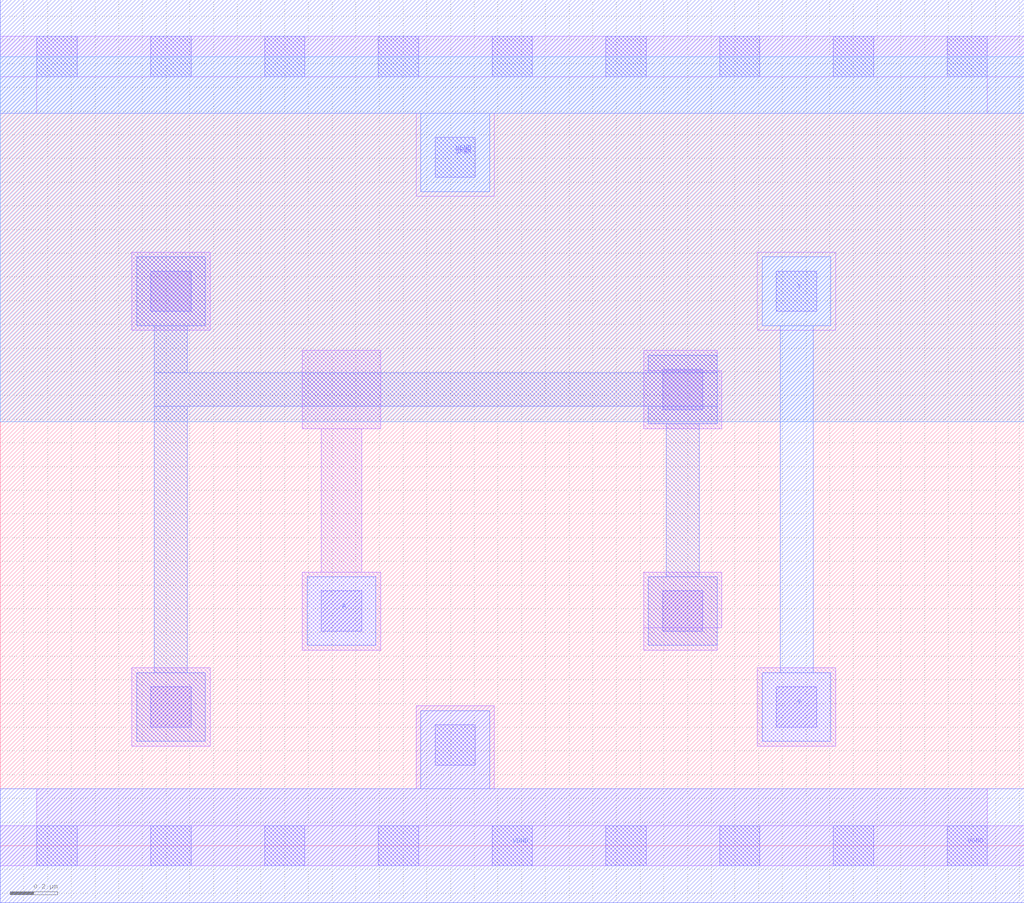
<source format=lef>
VERSION 5.7 ;
  NOWIREEXTENSIONATPIN ON ;
  DIVIDERCHAR "/" ;
  BUSBITCHARS "[]" ;
MACRO BUFX2
  CLASS CORE ;
  FOREIGN BUFX2 ;
  ORIGIN 0.000 0.000 ;
  SIZE 4.320 BY 3.330 ;
  SYMMETRY X Y ;
  SITE unit ;
  PIN A
    ANTENNAGATEAREA 0.189000 ;
    PORT
      LAYER met1 ;
        RECT 1.295 0.845 1.585 1.135 ;
    END
  END A
  PIN VGND
    ANTENNADIFFAREA 0.541800 ;
    PORT
      LAYER met1 ;
        RECT 1.775 0.240 2.065 0.570 ;
        RECT 0.000 -0.240 4.320 0.240 ;
    END
    PORT
      LAYER li1 ;
        RECT 1.755 0.240 2.085 0.590 ;
        RECT 0.155 0.085 4.165 0.240 ;
        RECT 0.000 -0.085 4.320 0.085 ;
      LAYER mcon ;
        RECT 1.835 0.340 2.005 0.510 ;
        RECT 0.155 -0.085 0.325 0.085 ;
        RECT 0.635 -0.085 0.805 0.085 ;
        RECT 1.115 -0.085 1.285 0.085 ;
        RECT 1.595 -0.085 1.765 0.085 ;
        RECT 2.075 -0.085 2.245 0.085 ;
        RECT 2.555 -0.085 2.725 0.085 ;
        RECT 3.035 -0.085 3.205 0.085 ;
        RECT 3.515 -0.085 3.685 0.085 ;
        RECT 3.995 -0.085 4.165 0.085 ;
    END
    PORT
      LAYER met1 ;
        RECT 0.000 3.090 4.320 3.570 ;
        RECT 1.775 2.760 2.065 3.090 ;
    END
  END VGND
  PIN VPWR
    ANTENNADIFFAREA 1.083600 ;
    PORT
      LAYER li1 ;
        RECT 0.000 3.245 4.320 3.415 ;
        RECT 0.155 3.090 4.165 3.245 ;
        RECT 1.755 2.740 2.085 3.090 ;
      LAYER mcon ;
        RECT 0.155 3.245 0.325 3.415 ;
        RECT 0.635 3.245 0.805 3.415 ;
        RECT 1.115 3.245 1.285 3.415 ;
        RECT 1.595 3.245 1.765 3.415 ;
        RECT 2.075 3.245 2.245 3.415 ;
        RECT 2.555 3.245 2.725 3.415 ;
        RECT 3.035 3.245 3.205 3.415 ;
        RECT 3.515 3.245 3.685 3.415 ;
        RECT 3.995 3.245 4.165 3.415 ;
        RECT 1.835 2.820 2.005 2.990 ;
    END
  END VPWR
  PIN Y
    ANTENNADIFFAREA 1.031650 ;
    PORT
      LAYER met1 ;
        RECT 3.215 2.195 3.505 2.485 ;
        RECT 3.290 0.730 3.430 2.195 ;
        RECT 3.215 0.440 3.505 0.730 ;
    END
    PORT
      LAYER li1 ;
        RECT 3.195 2.175 3.525 2.505 ;
      LAYER mcon ;
        RECT 3.275 2.255 3.445 2.425 ;
    END
  END Y
  OBS
      LAYER nwell ;
        RECT 0.000 1.790 4.320 3.330 ;
      LAYER li1 ;
        RECT 0.555 2.175 0.885 2.505 ;
        RECT 1.275 1.760 1.605 2.090 ;
        RECT 2.715 2.005 3.025 2.090 ;
        RECT 2.715 1.760 3.045 2.005 ;
        RECT 1.355 1.155 1.525 1.760 ;
        RECT 1.275 0.825 1.605 1.155 ;
        RECT 2.715 0.920 3.045 1.155 ;
        RECT 2.715 0.825 3.025 0.920 ;
        RECT 0.555 0.420 0.885 0.750 ;
        RECT 3.195 0.420 3.525 0.750 ;
      LAYER mcon ;
        RECT 0.635 2.255 0.805 2.425 ;
        RECT 2.795 1.840 2.965 2.010 ;
        RECT 1.355 0.905 1.525 1.075 ;
        RECT 2.795 0.905 2.965 1.075 ;
        RECT 0.635 0.500 0.805 0.670 ;
        RECT 3.275 0.500 3.445 0.670 ;
      LAYER met1 ;
        RECT 0.575 2.195 0.865 2.485 ;
        RECT 0.650 1.995 0.790 2.195 ;
        RECT 2.735 1.995 3.025 2.070 ;
        RECT 0.650 1.855 3.025 1.995 ;
        RECT 0.650 0.730 0.790 1.855 ;
        RECT 2.735 1.780 3.025 1.855 ;
        RECT 2.810 1.135 2.950 1.780 ;
        RECT 2.735 0.845 3.025 1.135 ;
        RECT 0.575 0.440 0.865 0.730 ;
  END
END BUFX2
END LIBRARY


</source>
